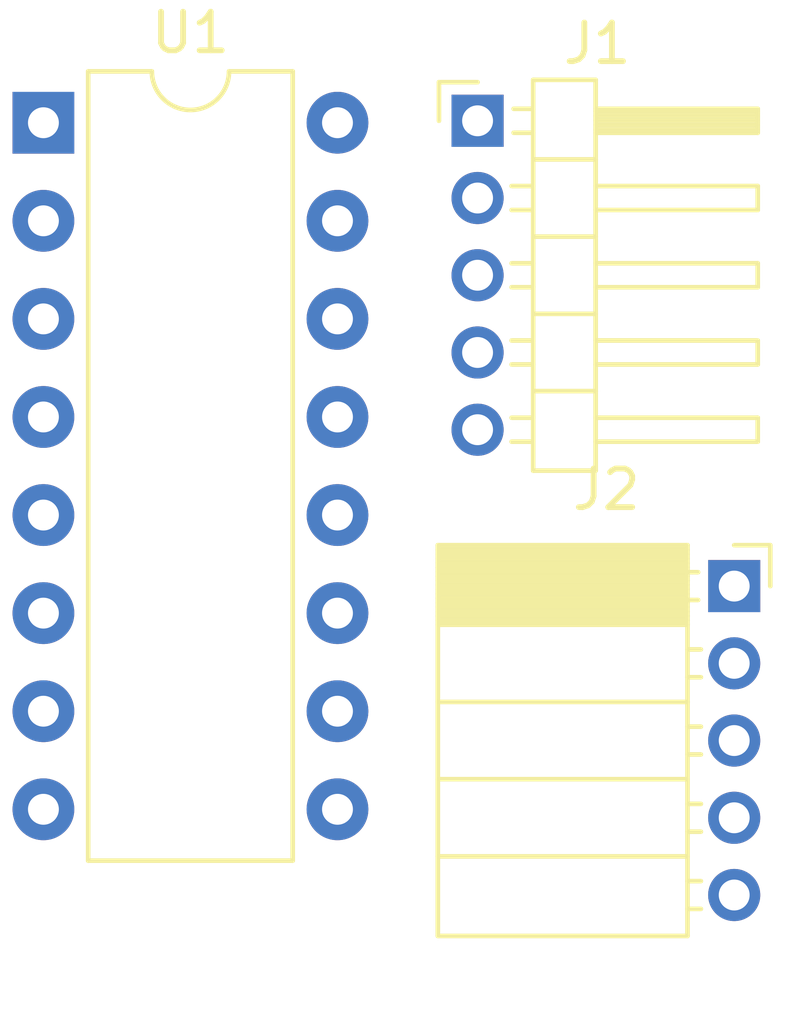
<source format=kicad_pcb>
(kicad_pcb (version 20221018) (generator pcbnew)
  (layers (0 "F.Cu" signal) (31 "B.Cu" signal) (34 "B.Paste" user) (35 "F.Paste" user) (36 "B.SilkS" user "B.Silkscreen") (37 "F.SilkS" user "F.Silkscreen") (38 "B.Mask" user) (39 "F.Mask" user) (44 "Edge.Cuts" user))
  (net 0 "")
  (net 1 "/VCC")
  (net 2 "/GND")
  (net 3 "/CLK")
  (net 4 "/SIN")
  (net 5 "/OUT")
  (net 6 "/SOUT")
  (net 7 "Net-(U1-QB)")
  (net 8 "Net-(U1-QC)")
  (net 9 "Net-(U1-QD)")
  (net 10 "Net-(U1-QE)")
  (net 11 "Net-(U1-QF)")
  (net 12 "Net-(U1-QG)")
  (net 13 "Net-(U1-QH)")
  (net 14 "Net-(U1-QA)")
  (footprint "Connector_PinHeader_2.00mm:PinHeader_1x05_P2.00mm_Horizontal" (layer "F.Cu") (at 38.35 21.95)
    (fp_text reference "J1" (at 3.1 -2) (layer "F.SilkS"))
    (fp_text value "Conn_01x05")
    (fp_line (start -1 -1) (end 0 -1) (stroke (width 0.12)) (layer "F.SilkS"))
    (fp_line (start -1 0) (end -1 -1) (stroke (width 0.12)) (layer "F.SilkS"))
    (fp_line (start 0.882114 1.69) (end 1.44 1.69) (stroke (width 0.12)) (layer "F.SilkS"))
    (fp_line (start 0.882114 2.31) (end 1.44 2.31) (stroke (width 0.12)) (layer "F.SilkS"))
    (fp_line (start 0.882114 3.69) (end 1.44 3.69) (stroke (width 0.12)) (layer "F.SilkS"))
    (fp_line (start 0.882114 4.31) (end 1.44 4.31) (stroke (width 0.12)) (layer "F.SilkS"))
    (fp_line (start 0.882114 5.69) (end 1.44 5.69) (stroke (width 0.12)) (layer "F.SilkS"))
    (fp_line (start 0.882114 6.31) (end 1.44 6.31) (stroke (width 0.12)) (layer "F.SilkS"))
    (fp_line (start 0.882114 7.69) (end 1.44 7.69) (stroke (width 0.12)) (layer "F.SilkS"))
    (fp_line (start 0.882114 8.31) (end 1.44 8.31) (stroke (width 0.12)) (layer "F.SilkS"))
    (fp_line (start 0.935 -0.31) (end 1.44 -0.31) (stroke (width 0.12)) (layer "F.SilkS"))
    (fp_line (start 0.935 0.31) (end 1.44 0.31) (stroke (width 0.12)) (layer "F.SilkS"))
    (fp_line (start 1.44 -1.06) (end 1.44 9.06) (stroke (width 0.12)) (layer "F.SilkS"))
    (fp_line (start 1.44 1) (end 3.06 1) (stroke (width 0.12)) (layer "F.SilkS"))
    (fp_line (start 1.44 3) (end 3.06 3) (stroke (width 0.12)) (layer "F.SilkS"))
    (fp_line (start 1.44 5) (end 3.06 5) (stroke (width 0.12)) (layer "F.SilkS"))
    (fp_line (start 1.44 7) (end 3.06 7) (stroke (width 0.12)) (layer "F.SilkS"))
    (fp_line (start 1.44 9.06) (end 3.06 9.06) (stroke (width 0.12)) (layer "F.SilkS"))
    (fp_line (start 3.06 -1.06) (end 1.44 -1.06) (stroke (width 0.12)) (layer "F.SilkS"))
    (fp_line (start 3.06 -0.31) (end 7.26 -0.31) (stroke (width 0.12)) (layer "F.SilkS"))
    (fp_line (start 3.06 -0.25) (end 7.26 -0.25) (stroke (width 0.12)) (layer "F.SilkS"))
    (fp_line (start 3.06 -0.13) (end 7.26 -0.13) (stroke (width 0.12)) (layer "F.SilkS"))
    (fp_line (start 3.06 -0.01) (end 7.26 -0.01) (stroke (width 0.12)) (layer "F.SilkS"))
    (fp_line (start 3.06 0.11) (end 7.26 0.11) (stroke (width 0.12)) (layer "F.SilkS"))
    (fp_line (start 3.06 0.23) (end 7.26 0.23) (stroke (width 0.12)) (layer "F.SilkS"))
    (fp_line (start 3.06 1.69) (end 7.26 1.69) (stroke (width 0.12)) (layer "F.SilkS"))
    (fp_line (start 3.06 3.69) (end 7.26 3.69) (stroke (width 0.12)) (layer "F.SilkS"))
    (fp_line (start 3.06 5.69) (end 7.26 5.69) (stroke (width 0.12)) (layer "F.SilkS"))
    (fp_line (start 3.06 7.69) (end 7.26 7.69) (stroke (width 0.12)) (layer "F.SilkS"))
    (fp_line (start 3.06 9.06) (end 3.06 -1.06) (stroke (width 0.12)) (layer "F.SilkS"))
    (fp_line (start 7.26 -0.31) (end 7.26 0.31) (stroke (width 0.12)) (layer "F.SilkS"))
    (fp_line (start 7.26 0.31) (end 3.06 0.31) (stroke (width 0.12)) (layer "F.SilkS"))
    (fp_line (start 7.26 1.69) (end 7.26 2.31) (stroke (width 0.12)) (layer "F.SilkS"))
    (fp_line (start 7.26 2.31) (end 3.06 2.31) (stroke (width 0.12)) (layer "F.SilkS"))
    (fp_line (start 7.26 3.69) (end 7.26 4.31) (stroke (width 0.12)) (layer "F.SilkS"))
    (fp_line (start 7.26 4.31) (end 3.06 4.31) (stroke (width 0.12)) (layer "F.SilkS"))
    (fp_line (start 7.26 5.69) (end 7.26 6.31) (stroke (width 0.12)) (layer "F.SilkS"))
    (fp_line (start 7.26 6.31) (end 3.06 6.31) (stroke (width 0.12)) (layer "F.SilkS"))
    (fp_line (start 7.26 7.69) (end 7.26 8.31) (stroke (width 0.12)) (layer "F.SilkS"))
    (fp_line (start 7.26 8.31) (end 3.06 8.31) (stroke (width 0.12)) (layer "F.SilkS"))
    (pad "1" thru_hole rect (at 0 0) (size 1.35 1.35) (drill 0.8) (layers "*.Cu" "*.Mask") (net 1 "/VCC"))
    (pad "2" thru_hole oval (at 0 2) (size 1.35 1.35) (drill 0.8) (layers "*.Cu" "*.Mask") (net 2 "/GND"))
    (pad "3" thru_hole oval (at 0 4) (size 1.35 1.35) (drill 0.8) (layers "*.Cu" "*.Mask") (net 3 "/CLK"))
    (pad "4" thru_hole oval (at 0 6) (size 1.35 1.35) (drill 0.8) (layers "*.Cu" "*.Mask") (net 4 "/SIN"))
    (pad "5" thru_hole oval (at 0 8) (size 1.35 1.35) (drill 0.8) (layers "*.Cu" "*.Mask") (net 5 "/OUT"))
  )
  (footprint "Package_DIP:DIP-16_W7.62mm" (layer "F.Cu") (at 27.1 22)
    (fp_text reference "U1" (at 3.81 -2.33) (layer "F.SilkS"))
    (fp_text value "74HC595")
    (fp_line (start 1.16 -1.33) (end 1.16 19.11) (stroke (width 0.12)) (layer "F.SilkS"))
    (fp_line (start 1.16 19.11) (end 6.46 19.11) (stroke (width 0.12)) (layer "F.SilkS"))
    (fp_line (start 2.81 -1.33) (end 1.16 -1.33) (stroke (width 0.12)) (layer "F.SilkS"))
    (fp_line (start 6.46 -1.33) (end 4.81 -1.33) (stroke (width 0.12)) (layer "F.SilkS"))
    (fp_line (start 6.46 19.11) (end 6.46 -1.33) (stroke (width 0.12)) (layer "F.SilkS"))
    (fp_arc (start 4.81 -1.33) (mid 3.81 -0.33) (end 2.81 -1.33) (stroke (width 0.12)) (layer "F.SilkS"))
    (pad "1" thru_hole rect (at 0 0) (size 1.6 1.6) (drill 0.8) (layers "*.Cu" "*.Mask") (net 7 "Net-(U1-QB)"))
    (pad "2" thru_hole oval (at 0 2.54) (size 1.6 1.6) (drill 0.8) (layers "*.Cu" "*.Mask") (net 8 "Net-(U1-QC)"))
    (pad "3" thru_hole oval (at 0 5.08) (size 1.6 1.6) (drill 0.8) (layers "*.Cu" "*.Mask") (net 9 "Net-(U1-QD)"))
    (pad "4" thru_hole oval (at 0 7.62) (size 1.6 1.6) (drill 0.8) (layers "*.Cu" "*.Mask") (net 10 "Net-(U1-QE)"))
    (pad "5" thru_hole oval (at 0 10.16) (size 1.6 1.6) (drill 0.8) (layers "*.Cu" "*.Mask") (net 11 "Net-(U1-QF)"))
    (pad "6" thru_hole oval (at 0 12.7) (size 1.6 1.6) (drill 0.8) (layers "*.Cu" "*.Mask") (net 12 "Net-(U1-QG)"))
    (pad "7" thru_hole oval (at 0 15.24) (size 1.6 1.6) (drill 0.8) (layers "*.Cu" "*.Mask") (net 13 "Net-(U1-QH)"))
    (pad "8" thru_hole oval (at 0 17.78) (size 1.6 1.6) (drill 0.8) (layers "*.Cu" "*.Mask") (net 2 "/GND"))
    (pad "9" thru_hole oval (at 7.62 17.78) (size 1.6 1.6) (drill 0.8) (layers "*.Cu" "*.Mask") (net 6 "/SOUT"))
    (pad "10" thru_hole oval (at 7.62 15.24) (size 1.6 1.6) (drill 0.8) (layers "*.Cu" "*.Mask") (net 1 "/VCC"))
    (pad "11" thru_hole oval (at 7.62 12.7) (size 1.6 1.6) (drill 0.8) (layers "*.Cu" "*.Mask") (net 3 "/CLK"))
    (pad "12" thru_hole oval (at 7.62 10.16) (size 1.6 1.6) (drill 0.8) (layers "*.Cu" "*.Mask") (net 3 "/CLK"))
    (pad "13" thru_hole oval (at 7.62 7.62) (size 1.6 1.6) (drill 0.8) (layers "*.Cu" "*.Mask") (net 2 "/GND"))
    (pad "14" thru_hole oval (at 7.62 5.08) (size 1.6 1.6) (drill 0.8) (layers "*.Cu" "*.Mask") (net 4 "/SIN"))
    (pad "15" thru_hole oval (at 7.62 2.54) (size 1.6 1.6) (drill 0.8) (layers "*.Cu" "*.Mask") (net 14 "Net-(U1-QA)"))
    (pad "16" thru_hole oval (at 7.62 0) (size 1.6 1.6) (drill 0.8) (layers "*.Cu" "*.Mask") (net 1 "/VCC"))
  )
  (footprint "Connector_PinSocket_2.00mm:PinSocket_1x05_P2.00mm_Horizontal" (layer "F.Cu") (at 45 34)
    (fp_text reference "J2" (at -3.31 -2.5) (layer "F.SilkS"))
    (fp_text value "Conn_01x05")
    (fp_line (start -7.68 -1.06) (end -7.68 9.06) (stroke (width 0.12)) (layer "F.SilkS"))
    (fp_line (start -7.68 -1.06) (end -1.21 -1.06) (stroke (width 0.12)) (layer "F.SilkS"))
    (fp_line (start -7.68 -0.94) (end -1.21 -0.94) (stroke (width 0.12)) (layer "F.SilkS"))
    (fp_line (start -7.68 -0.825882) (end -1.21 -0.825882) (stroke (width 0.12)) (layer "F.SilkS"))
    (fp_line (start -7.68 -0.711764) (end -1.21 -0.711764) (stroke (width 0.12)) (layer "F.SilkS"))
    (fp_line (start -7.68 -0.597646) (end -1.21 -0.597646) (stroke (width 0.12)) (layer "F.SilkS"))
    (fp_line (start -7.68 -0.483528) (end -1.21 -0.483528) (stroke (width 0.12)) (layer "F.SilkS"))
    (fp_line (start -7.68 -0.36941) (end -1.21 -0.36941) (stroke (width 0.12)) (layer "F.SilkS"))
    (fp_line (start -7.68 -0.255292) (end -1.21 -0.255292) (stroke (width 0.12)) (layer "F.SilkS"))
    (fp_line (start -7.68 -0.141174) (end -1.21 -0.141174) (stroke (width 0.12)) (layer "F.SilkS"))
    (fp_line (start -7.68 -0.027056) (end -1.21 -0.027056) (stroke (width 0.12)) (layer "F.SilkS"))
    (fp_line (start -7.68 0.087062) (end -1.21 0.087062) (stroke (width 0.12)) (layer "F.SilkS"))
    (fp_line (start -7.68 0.20118) (end -1.21 0.20118) (stroke (width 0.12)) (layer "F.SilkS"))
    (fp_line (start -7.68 0.315298) (end -1.21 0.315298) (stroke (width 0.12)) (layer "F.SilkS"))
    (fp_line (start -7.68 0.429416) (end -1.21 0.429416) (stroke (width 0.12)) (layer "F.SilkS"))
    (fp_line (start -7.68 0.543534) (end -1.21 0.543534) (stroke (width 0.12)) (layer "F.SilkS"))
    (fp_line (start -7.68 0.657652) (end -1.21 0.657652) (stroke (width 0.12)) (layer "F.SilkS"))
    (fp_line (start -7.68 0.77177) (end -1.21 0.77177) (stroke (width 0.12)) (layer "F.SilkS"))
    (fp_line (start -7.68 0.885888) (end -1.21 0.885888) (stroke (width 0.12)) (layer "F.SilkS"))
    (fp_line (start -7.68 1) (end -1.21 1) (stroke (width 0.12)) (layer "F.SilkS"))
    (fp_line (start -7.68 3) (end -1.21 3) (stroke (width 0.12)) (layer "F.SilkS"))
    (fp_line (start -7.68 5) (end -1.21 5) (stroke (width 0.12)) (layer "F.SilkS"))
    (fp_line (start -7.68 7) (end -1.21 7) (stroke (width 0.12)) (layer "F.SilkS"))
    (fp_line (start -7.68 9.06) (end -1.21 9.06) (stroke (width 0.12)) (layer "F.SilkS"))
    (fp_line (start -1.21 -1.06) (end -1.21 9.06) (stroke (width 0.12)) (layer "F.SilkS"))
    (fp_line (start -1.21 -0.36) (end -0.935 -0.36) (stroke (width 0.12)) (layer "F.SilkS"))
    (fp_line (start -1.21 0.36) (end -0.935 0.36) (stroke (width 0.12)) (layer "F.SilkS"))
    (fp_line (start -1.21 1.64) (end -0.862917 1.64) (stroke (width 0.12)) (layer "F.SilkS"))
    (fp_line (start -1.21 2.36) (end -0.862917 2.36) (stroke (width 0.12)) (layer "F.SilkS"))
    (fp_line (start -1.21 3.64) (end -0.862917 3.64) (stroke (width 0.12)) (layer "F.SilkS"))
    (fp_line (start -1.21 4.36) (end -0.862917 4.36) (stroke (width 0.12)) (layer "F.SilkS"))
    (fp_line (start -1.21 5.64) (end -0.862917 5.64) (stroke (width 0.12)) (layer "F.SilkS"))
    (fp_line (start -1.21 6.36) (end -0.862917 6.36) (stroke (width 0.12)) (layer "F.SilkS"))
    (fp_line (start -1.21 7.64) (end -0.862917 7.64) (stroke (width 0.12)) (layer "F.SilkS"))
    (fp_line (start -1.21 8.36) (end -0.862917 8.36) (stroke (width 0.12)) (layer "F.SilkS"))
    (fp_line (start 0 -1.06) (end 0.935 -1.06) (stroke (width 0.12)) (layer "F.SilkS"))
    (fp_line (start 0.935 -1.06) (end 0.935 0) (stroke (width 0.12)) (layer "F.SilkS"))
    (pad "1" thru_hole rect (at 0 0) (size 1.35 1.35) (drill 0.8) (layers "*.Cu" "*.Mask") (net 5 "/OUT"))
    (pad "2" thru_hole oval (at 0 2) (size 1.35 1.35) (drill 0.8) (layers "*.Cu" "*.Mask") (net 6 "/SOUT"))
    (pad "3" thru_hole oval (at 0 4) (size 1.35 1.35) (drill 0.8) (layers "*.Cu" "*.Mask") (net 3 "/CLK"))
    (pad "4" thru_hole oval (at 0 6) (size 1.35 1.35) (drill 0.8) (layers "*.Cu" "*.Mask") (net 2 "/GND"))
    (pad "5" thru_hole oval (at 0 8) (size 1.35 1.35) (drill 0.8) (layers "*.Cu" "*.Mask") (net 1 "/VCC"))
  )
)
</source>
